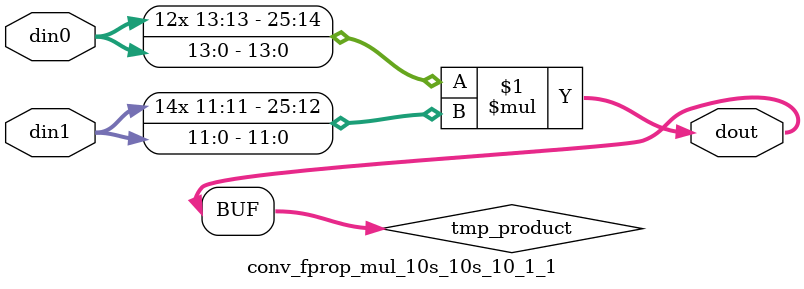
<source format=v>

`timescale 1 ns / 1 ps

 module conv_fprop_mul_10s_10s_10_1_1(din0, din1, dout);
parameter ID = 1;
parameter NUM_STAGE = 0;
parameter din0_WIDTH = 14;
parameter din1_WIDTH = 12;
parameter dout_WIDTH = 26;

input [din0_WIDTH - 1 : 0] din0; 
input [din1_WIDTH - 1 : 0] din1; 
output [dout_WIDTH - 1 : 0] dout;

wire signed [dout_WIDTH - 1 : 0] tmp_product;



























assign tmp_product = $signed(din0) * $signed(din1);








assign dout = tmp_product;





















endmodule

</source>
